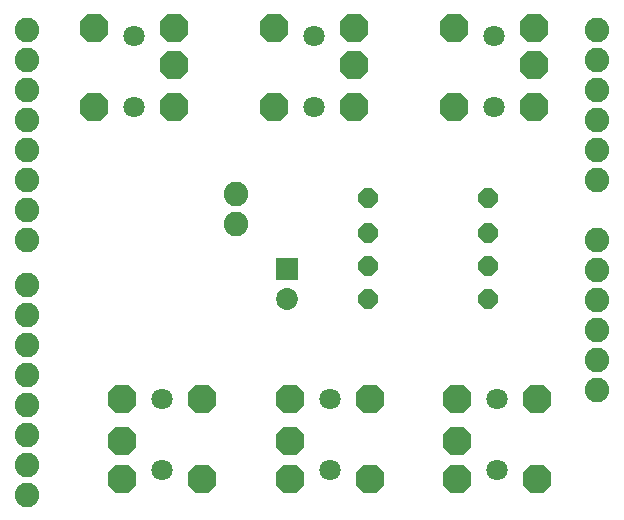
<source format=gts>
G75*
%MOIN*%
%OFA0B0*%
%FSLAX25Y25*%
%IPPOS*%
%LPD*%
%AMOC8*
5,1,8,0,0,1.08239X$1,22.5*
%
%ADD10C,0.07099*%
%ADD11OC8,0.09658*%
%ADD12C,0.08200*%
%ADD13OC8,0.06400*%
%ADD14R,0.07300X0.07300*%
%ADD15C,0.07300*%
D10*
X0060000Y0057776D03*
X0060000Y0081398D03*
X0116000Y0081398D03*
X0116000Y0057776D03*
X0171500Y0057776D03*
X0171500Y0081398D03*
X0170500Y0178969D03*
X0170500Y0202591D03*
X0110500Y0202591D03*
X0110500Y0178969D03*
X0050500Y0178969D03*
X0050500Y0202591D03*
D11*
X0063886Y0205346D03*
X0063886Y0192748D03*
X0063886Y0178969D03*
X0037114Y0178969D03*
X0037114Y0205346D03*
X0097114Y0205346D03*
X0097114Y0178969D03*
X0123886Y0178969D03*
X0123886Y0192748D03*
X0123886Y0205346D03*
X0157114Y0205346D03*
X0157114Y0178969D03*
X0183886Y0178969D03*
X0183886Y0192748D03*
X0183886Y0205346D03*
X0184886Y0081398D03*
X0184886Y0055020D03*
X0158114Y0055020D03*
X0158114Y0067618D03*
X0158114Y0081398D03*
X0129386Y0081398D03*
X0129386Y0055020D03*
X0102614Y0055020D03*
X0102614Y0067618D03*
X0102614Y0081398D03*
X0073386Y0081398D03*
X0073386Y0055020D03*
X0046614Y0055020D03*
X0046614Y0067618D03*
X0046614Y0081398D03*
D12*
X0015000Y0049433D03*
X0015000Y0059433D03*
X0015000Y0069433D03*
X0015000Y0079433D03*
X0015000Y0089433D03*
X0015000Y0099433D03*
X0015000Y0109433D03*
X0015000Y0119433D03*
X0015000Y0134433D03*
X0015000Y0144433D03*
X0015000Y0154433D03*
X0015000Y0164433D03*
X0015000Y0174433D03*
X0015000Y0184433D03*
X0015000Y0194433D03*
X0015000Y0204433D03*
X0084500Y0149933D03*
X0084500Y0139933D03*
X0205000Y0134433D03*
X0205000Y0124433D03*
X0205000Y0114433D03*
X0205000Y0104433D03*
X0205000Y0094433D03*
X0205000Y0084433D03*
X0205000Y0154433D03*
X0205000Y0164433D03*
X0205000Y0174433D03*
X0205000Y0184433D03*
X0205000Y0194433D03*
X0205000Y0204433D03*
D13*
X0168500Y0148433D03*
X0168500Y0136933D03*
X0168500Y0125933D03*
X0168500Y0114933D03*
X0128500Y0114933D03*
X0128500Y0125933D03*
X0128500Y0136933D03*
X0128500Y0148433D03*
D14*
X0101500Y0124933D03*
D15*
X0101500Y0114933D03*
M02*

</source>
